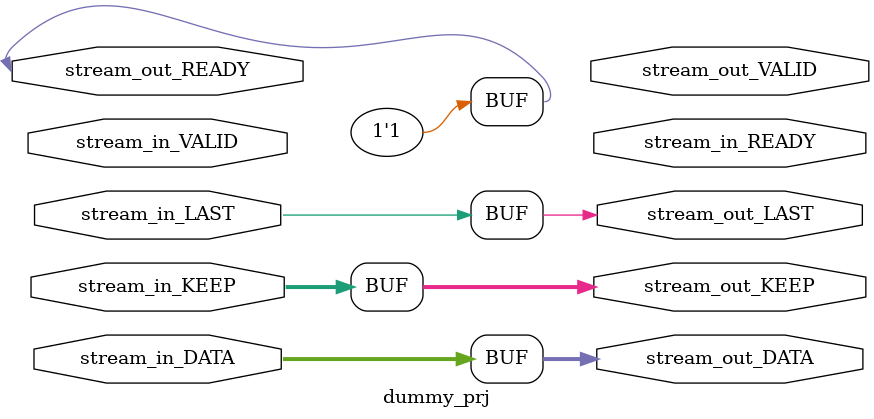
<source format=v>
module dummy_prj( output reg [63:0] stream_out_DATA,
                     output reg [7:0] stream_out_KEEP, 
                     output reg stream_out_LAST,
                     output reg stream_out_VALID,
                     input stream_out_READY,
                     input [63:0] stream_in_DATA,
                     input [7:0] stream_in_KEEP, 
                     input stream_in_LAST,
                     input stream_in_VALID,
                     output reg stream_in_READY
                     ); 


    always @ (*) begin
        stream_out_DATA[63:0] <= stream_in_DATA[63:0];
        stream_out_KEEP[7:0] <= stream_in_KEEP[7:0];
        stream_out_LAST <= stream_in_LAST;
        stream_out_READY <= 1'b1;
    end                       

    
endmodule
                     

                     
</source>
